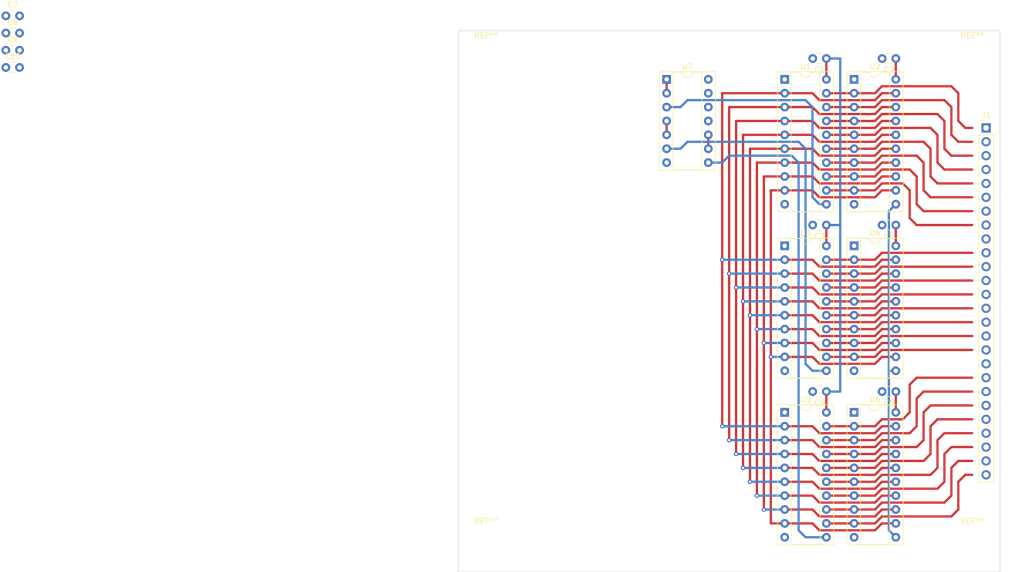
<source format=kicad_pcb>
(kicad_pcb (version 20221018) (generator pcbnew)
  (layers (0 "F.Cu" signal) (31 "B.Cu" signal) (34 "B.Paste" user) (35 "F.Paste" user) (36 "B.SilkS" user "B.Silkscreen") (37 "F.SilkS" user "F.Silkscreen") (38 "B.Mask" user) (39 "F.Mask" user) (44 "Edge.Cuts" user))
  (net 0 "")
  (net 1 "D0")
  (net 2 "D1")
  (net 3 "D2")
  (net 4 "D3")
  (net 5 "D4")
  (net 6 "D5")
  (net 7 "D6")
  (net 8 "D7")
  (net 9 "GND")
  (net 10 "OUTA7")
  (net 11 "OUTA6")
  (net 12 "OUTA5")
  (net 13 "OUTA4")
  (net 14 "OUTA3")
  (net 15 "OUTA2")
  (net 16 "OUTA1")
  (net 17 "OUTA0")
  (net 18 "VCC")
  (net 19 "~{PORTA OUTPUT}")
  (net 20 "Net-(U1-Load)")
  (net 21 "~{PORTA READ}")
  (net 22 "TPA")
  (net 23 "~{PORTB OUTPUT}")
  (net 24 "Net-(U3-Load)")
  (net 25 "OUTB7")
  (net 26 "OUTB6")
  (net 27 "OUTB5")
  (net 28 "OUTB4")
  (net 29 "OUTB3")
  (net 30 "OUTB2")
  (net 31 "OUTB1")
  (net 32 "OUTB0")
  (net 33 "~{PORTB READ}")
  (net 34 "~{PORTA WRITE}")
  (net 35 "~{PORTB WRITE}")
  (net 36 "~{PORTC OUTPUT}")
  (net 37 "Net-(U5-Load)")
  (net 38 "OUTC7")
  (net 39 "OUTC6")
  (net 40 "OUTC5")
  (net 41 "OUTC4")
  (net 42 "OUTC3")
  (net 43 "OUTC2")
  (net 44 "OUTC1")
  (net 45 "OUTC0")
  (net 46 "~{PORTC READ}")
  (net 47 "~{PORTC WRITE}")
  (net 48 "PORTA0")
  (net 49 "PORTA1")
  (net 50 "PORTA2")
  (net 51 "PORTA3")
  (net 52 "PORTA4")
  (net 53 "PORTA5")
  (net 54 "PORTA6")
  (net 55 "PORTA7")
  (net 56 "PORTB0")
  (net 57 "PORTB1")
  (net 58 "PORTB2")
  (net 59 "PORTB3")
  (net 60 "PORTB4")
  (net 61 "PORTB5")
  (net 62 "PORTB6")
  (net 63 "PORTB7")
  (net 64 "PORTC0")
  (net 65 "PORTC1")
  (net 66 "PORTC2")
  (net 67 "PORTC3")
  (net 68 "PORTC4")
  (net 69 "PORTC5")
  (net 70 "PORTC6")
  (net 71 "PORTC7")
  (footprint "Capacitor_THT:C_Disc_D3.0mm_W1.6mm_P2.50mm" (layer "F.Cu") (at 18.855 35.925)
    (fp_text reference "C10")
    (fp_text value "100n")
  )
  (footprint "MountingHole:MountingHole_3.2mm_M3" (layer "F.Cu") (at 106.68 123.19)
    (fp_text reference "REF**")
    (fp_text value "MountingHole_3.2mm_M3")
  )
  (footprint "Package_DIP:DIP-20_W7.62mm_Socket" (layer "F.Cu") (at 173.99 38.1)
    (fp_text reference "U2")
    (fp_text value "74LS573")
  )
  (footprint "Package_DIP:DIP-20_W7.62mm_Socket" (layer "F.Cu") (at 161.29 38.1)
    (fp_text reference "U1")
    (fp_text value "74LS573")
  )
  (footprint "Capacitor_THT:C_Disc_D3.0mm_W1.6mm_P2.50mm" (layer "F.Cu") (at 18.855 32.775)
    (fp_text reference "C9")
    (fp_text value "100n")
  )
  (footprint "MountingHole:MountingHole_3.2mm_M3" (layer "F.Cu") (at 195.58 34.29)
    (fp_text reference "REF**")
    (fp_text value "MountingHole_3.2mm_M3")
  )
  (footprint "Package_DIP:DIP-20_W7.62mm_Socket" (layer "F.Cu") (at 173.99 68.58)
    (fp_text reference "U4")
    (fp_text value "74LS573")
  )
  (footprint "Capacitor_THT:C_Disc_D3.0mm_W1.6mm_P2.50mm" (layer "F.Cu") (at 18.855 29.625)
    (fp_text reference "C8")
    (fp_text value "100n")
  )
  (footprint "MountingHole:MountingHole_3.2mm_M3" (layer "F.Cu") (at 106.68 34.29)
    (fp_text reference "REF**")
    (fp_text value "MountingHole_3.2mm_M3")
  )
  (footprint "Capacitor_THT:C_Disc_D3.0mm_W1.6mm_P2.50mm" (layer "F.Cu") (at 18.855 26.475)
    (fp_text reference "C7")
    (fp_text value "100n")
  )
  (footprint "Capacitor_THT:C_Disc_D3.0mm_W1.6mm_P2.50mm" (layer "F.Cu") (at 168.91 95.25 180)
    (fp_text reference "C5")
    (fp_text value "100n")
  )
  (footprint "Package_DIP:DIP-14_W7.62mm_Socket" (layer "F.Cu") (at 139.7 38.1)
    (fp_text reference "U7")
    (fp_text value "74LS00")
  )
  (footprint "Package_DIP:DIP-20_W7.62mm_Socket" (layer "F.Cu") (at 161.29 68.58)
    (fp_text reference "U3")
    (fp_text value "74LS573")
  )
  (footprint "Capacitor_THT:C_Disc_D3.0mm_W1.6mm_P2.50mm" (layer "F.Cu") (at 168.91 64.77 180)
    (fp_text reference "C3")
    (fp_text value "100n")
  )
  (footprint "Package_DIP:DIP-20_W7.62mm_Socket" (layer "F.Cu") (at 161.29 99.06)
    (fp_text reference "U5")
    (fp_text value "74LS573")
  )
  (footprint "Connector_PinHeader_2.54mm:PinHeader_1x26_P2.54mm_Vertical" (layer "F.Cu") (at 198.12 46.99)
    (fp_text reference "J1")
    (fp_text value "Conn_01x26_Pin")
  )
  (footprint "Package_DIP:DIP-20_W7.62mm_Socket" (layer "F.Cu") (at 173.99 99.06)
    (fp_text reference "U6")
    (fp_text value "74LS573")
  )
  (footprint "Capacitor_THT:C_Disc_D3.0mm_W1.6mm_P2.50mm" (layer "F.Cu") (at 181.61 34.29 180)
    (fp_text reference "C2")
    (fp_text value "100n")
  )
  (footprint "Capacitor_THT:C_Disc_D3.0mm_W1.6mm_P2.50mm" (layer "F.Cu") (at 181.61 95.25 180)
    (fp_text reference "C6")
    (fp_text value "100n")
  )
  (footprint "Capacitor_THT:C_Disc_D3.0mm_W1.6mm_P2.50mm" (layer "F.Cu") (at 181.61 64.77 180)
    (fp_text reference "C4")
    (fp_text value "100n")
  )
  (footprint "MountingHole:MountingHole_3.2mm_M3" (layer "F.Cu") (at 195.58 123.19)
    (fp_text reference "REF**")
    (fp_text value "MountingHole_3.2mm_M3")
  )
  (footprint "Capacitor_THT:C_Disc_D3.0mm_W1.6mm_P2.50mm" (layer "F.Cu") (at 168.91 34.29 180)
    (fp_text reference "C1")
    (fp_text value "100n")
  )
  (gr_rect (start 101.6 29.21) (end 200.66 128.27) (stroke (width 0.1)) (fill none) (layer "Edge.Cuts"))
  (segment (start 161.29 71.12) (end 166.37 71.12) (width 0.42) (layer "F.Cu") (net 1))
  (segment (start 177.8 41.91) (end 167.64 41.91) (width 0.42) (layer "F.Cu") (net 1))
  (segment (start 166.37 101.6) (end 167.64 102.87) (width 0.42) (layer "F.Cu") (net 1))
  (segment (start 161.29 40.64) (end 166.37 40.64) (width 0.42) (layer "F.Cu") (net 1))
  (segment (start 166.37 71.12) (end 167.64 72.39) (width 0.42) (layer "F.Cu") (net 1))
  (segment (start 179.07 40.64) (end 177.8 41.91) (width 0.42) (layer "F.Cu") (net 1))
  (segment (start 179.07 101.6) (end 181.61 101.6) (width 0.42) (layer "F.Cu") (net 1))
  (segment (start 149.86 40.64) (end 149.86 71.12) (width 0.42) (layer "F.Cu") (net 1))
  (segment (start 179.07 40.64) (end 181.61 40.64) (width 0.42) (layer "F.Cu") (net 1))
  (segment (start 161.29 101.6) (end 166.37 101.6) (width 0.42) (layer "F.Cu") (net 1))
  (segment (start 167.64 102.87) (end 177.8 102.87) (width 0.42) (layer "F.Cu") (net 1))
  (segment (start 161.29 40.64) (end 149.86 40.64) (width 0.42) (layer "F.Cu") (net 1))
  (segment (start 177.8 102.87) (end 179.07 101.6) (width 0.42) (layer "F.Cu") (net 1))
  (segment (start 149.86 71.12) (end 149.86 101.6) (width 0.42) (layer "F.Cu") (net 1))
  (segment (start 167.64 72.39) (end 177.8 72.39) (width 0.42) (layer "F.Cu") (net 1))
  (segment (start 167.64 41.91) (end 166.37 40.64) (width 0.42) (layer "F.Cu") (net 1))
  (segment (start 177.8 72.39) (end 179.07 71.12) (width 0.42) (layer "F.Cu") (net 1))
  (segment (start 179.07 71.12) (end 181.61 71.12) (width 0.42) (layer "F.Cu") (net 1))
  (via (at 149.86 71.12) (size 0.8) (drill 0.4) (layers "F.Cu" "B.Cu") (net 1))
  (via (at 149.86 101.6) (size 0.8) (drill 0.4) (layers "F.Cu" "B.Cu") (net 1))
  (segment (start 149.86 71.12) (end 161.29 71.12) (width 0.42) (layer "B.Cu") (net 1))
  (segment (start 161.29 101.6) (end 149.86 101.6) (width 0.42) (layer "B.Cu") (net 1))
  (segment (start 177.8 105.41) (end 179.07 104.14) (width 0.42) (layer "F.Cu") (net 2))
  (segment (start 161.29 73.66) (end 166.37 73.66) (width 0.42) (layer "F.Cu") (net 2))
  (segment (start 177.8 74.93) (end 179.07 73.66) (width 0.42) (layer "F.Cu") (net 2))
  (segment (start 167.64 105.41) (end 177.8 105.41) (width 0.42) (layer "F.Cu") (net 2))
  (segment (start 151.13 43.18) (end 161.29 43.18) (width 0.42) (layer "F.Cu") (net 2))
  (segment (start 161.29 43.18) (end 166.37 43.18) (width 0.42) (layer "F.Cu") (net 2))
  (segment (start 166.37 43.18) (end 167.64 44.45) (width 0.42) (layer "F.Cu") (net 2))
  (segment (start 179.07 73.66) (end 181.61 73.66) (width 0.42) (layer "F.Cu") (net 2))
  (segment (start 167.64 44.45) (end 177.8 44.45) (width 0.42) (layer "F.Cu") (net 2))
  (segment (start 179.07 43.18) (end 181.61 43.18) (width 0.42) (layer "F.Cu") (net 2))
  (segment (start 161.29 104.14) (end 166.37 104.14) (width 0.42) (layer "F.Cu") (net 2))
  (segment (start 177.8 44.45) (end 179.07 43.18) (width 0.42) (layer "F.Cu") (net 2))
  (segment (start 166.37 104.14) (end 167.64 105.41) (width 0.42) (layer "F.Cu") (net 2))
  (segment (start 151.13 73.66) (end 151.13 104.14) (width 0.42) (layer "F.Cu") (net 2))
  (segment (start 151.13 43.18) (end 151.13 73.66) (width 0.42) (layer "F.Cu") (net 2))
  (segment (start 166.37 73.66) (end 167.64 74.93) (width 0.42) (layer "F.Cu") (net 2))
  (segment (start 167.64 74.93) (end 177.8 74.93) (width 0.42) (layer "F.Cu") (net 2))
  (segment (start 179.07 104.14) (end 181.61 104.14) (width 0.42) (layer "F.Cu") (net 2))
  (via (at 151.13 73.66) (size 0.8) (drill 0.4) (layers "F.Cu" "B.Cu") (net 2))
  (via (at 151.13 104.14) (size 0.8) (drill 0.4) (layers "F.Cu" "B.Cu") (net 2))
  (segment (start 161.29 73.66) (end 151.13 73.66) (width 0.42) (layer "B.Cu") (net 2))
  (segment (start 151.13 104.14) (end 161.29 104.14) (width 0.42) (layer "B.Cu") (net 2))
  (segment (start 177.8 107.95) (end 179.07 106.68) (width 0.42) (layer "F.Cu") (net 3))
  (segment (start 152.4 45.72) (end 152.4 76.2) (width 0.42) (layer "F.Cu") (net 3))
  (segment (start 179.07 45.72) (end 181.61 45.72) (width 0.42) (layer "F.Cu") (net 3))
  (segment (start 166.37 45.72) (end 167.64 46.99) (width 0.42) (layer "F.Cu") (net 3))
  (segment (start 152.4 45.72) (end 161.29 45.72) (width 0.42) (layer "F.Cu") (net 3))
  (segment (start 161.29 45.72) (end 166.37 45.72) (width 0.42) (layer "F.Cu") (net 3))
  (segment (start 166.37 106.68) (end 167.64 107.95) (width 0.42) (layer "F.Cu") (net 3))
  (segment (start 166.37 76.2) (end 167.64 77.47) (width 0.42) (layer "F.Cu") (net 3))
  (segment (start 167.64 77.47) (end 177.8 77.47) (width 0.42) (layer "F.Cu") (net 3))
  (segment (start 167.64 46.99) (end 177.8 46.99) (width 0.42) (layer "F.Cu") (net 3))
  (segment (start 179.07 106.68) (end 181.61 106.68) (width 0.42) (layer "F.Cu") (net 3))
  (segment (start 161.29 106.68) (end 166.37 106.68) (width 0.42) (layer "F.Cu") (net 3))
  (segment (start 161.29 76.2) (end 166.37 76.2) (width 0.42) (layer "F.Cu") (net 3))
  (segment (start 167.64 107.95) (end 177.8 107.95) (width 0.42) (layer "F.Cu") (net 3))
  (segment (start 177.8 77.47) (end 179.07 76.2) (width 0.42) (layer "F.Cu") (net 3))
  (segment (start 179.07 76.2) (end 181.61 76.2) (width 0.42) (layer "F.Cu") (net 3))
  (segment (start 152.4 76.2) (end 152.4 106.68) (width 0.42) (layer "F.Cu") (net 3))
  (segment (start 177.8 46.99) (end 179.07 45.72) (width 0.42) (layer "F.Cu") (net 3))
  (via (at 152.4 76.2) (size 0.8) (drill 0.4) (layers "F.Cu" "B.Cu") (net 3))
  (via (at 152.4 106.68) (size 0.8) (drill 0.4) (layers "F.Cu" "B.Cu") (net 3))
  (segment (start 152.4 76.2) (end 161.29 76.2) (width 0.42) (layer "B.Cu") (net 3))
  (segment (start 161.29 106.68) (end 152.4 106.68) (width 0.42) (layer "B.Cu") (net 3))
  (segment (start 167.64 49.53) (end 177.8 49.53) (width 0.42) (layer "F.Cu") (net 4))
  (segment (start 167.64 80.01) (end 177.8 80.01) (width 0.42) (layer "F.Cu") (net 4))
  (segment (start 177.8 80.01) (end 179.07 78.74) (width 0.42) (layer "F.Cu") (net 4))
  (segment (start 166.37 109.22) (end 167.64 110.49) (width 0.42) (layer "F.Cu") (net 4))
  (segment (start 166.37 48.26) (end 167.64 49.53) (width 0.42) (layer "F.Cu") (net 4))
  (segment (start 153.67 48.26) (end 153.67 78.74) (width 0.42) (layer "F.Cu") (net 4))
  (segment (start 179.07 78.74) (end 181.61 78.74) (width 0.42) (layer "F.Cu") (net 4))
  (segment (start 179.07 109.22) (end 181.61 109.22) (width 0.42) (layer "F.Cu") (net 4))
  (segment (start 166.37 78.74) (end 167.64 80.01) (width 0.42) (layer "F.Cu") (net 4))
  (segment (start 179.07 48.26) (end 181.61 48.26) (width 0.42) (layer "F.Cu") (net 4))
  (segment (start 153.67 48.26) (end 161.29 48.26) (width 0.42) (layer "F.Cu") (net 4))
  (segment (start 167.64 110.49) (end 177.8 110.49) (width 0.42) (layer "F.Cu") (net 4))
  (segment (start 161.29 109.22) (end 166.37 109.22) (width 0.42) (layer "F.Cu") (net 4))
  (segment (start 177.8 110.49) (end 179.07 109.22) (width 0.42) (layer "F.Cu") (net 4))
  (segment (start 161.29 48.26) (end 166.37 48.26) (width 0.42) (layer "F.Cu") (net 4))
  (segment (start 177.8 49.53) (end 179.07 48.26) (width 0.42) (layer "F.Cu") (net 4))
  (segment (start 161.29 78.74) (end 166.37 78.74) (width 0.42) (layer "F.Cu") (net 4))
  (segment (start 153.67 78.74) (end 153.67 109.22) (width 0.42) (layer "F.Cu") (net 4))
  (via (at 153.67 78.74) (size 0.8) (drill 0.4) (layers "F.Cu" "B.Cu") (net 4))
  (via (at 153.67 109.22) (size 0.8) (drill 0.4) (layers "F.Cu" "B.Cu") (net 4))
  (segment (start 161.29 109.22) (end 153.67 109.22) (width 0.42) (layer "B.Cu") (net 4))
  (segment (start 161.29 78.74) (end 153.67 78.74) (width 0.42) (layer "B.Cu") (net 4))
  (segment (start 179.07 81.28) (end 181.61 81.28) (width 0.42) (layer "F.Cu") (net 5))
  (segment (start 166.37 81.28) (end 167.64 82.55) (width 0.42) (layer "F.Cu") (net 5))
  (segment (start 167.64 82.55) (end 177.8 82.55) (width 0.42) (layer "F.Cu") (net 5))
  (segment (start 177.8 52.07) (end 179.07 50.8) (width 0.42) (layer "F.Cu") (net 5))
  (segment (start 167.64 113.03) (end 177.8 113.03) (width 0.42) (layer "F.Cu") (net 5))
  (segment (start 161.29 50.8) (end 166.37 50.8) (width 0.42) (layer "F.Cu") (net 5))
  (segment (start 161.29 81.28) (end 166.37 81.28) (width 0.42) (layer "F.Cu") (net 5))
  (segment (start 177.8 82.55) (end 179.07 81.28) (width 0.42) (layer "F.Cu") (net 5))
  (segment (start 177.8 113.03) (end 179.07 111.76) (width 0.42) (layer "F.Cu") (net 5))
  (segment (start 154.94 81.28) (end 154.94 111.76) (width 0.42) (layer "F.Cu") (net 5))
  (segment (start 179.07 50.8) (end 181.61 50.8) (width 0.42) (layer "F.Cu") (net 5))
  (segment (start 154.94 50.8) (end 161.29 50.8) (width 0.42) (layer "F.Cu") (net 5))
  (segment (start 179.07 111.76) (end 181.61 111.76) (width 0.42) (layer "F.Cu") (net 5))
  (segment (start 166.37 111.76) (end 167.64 113.03) (width 0.42) (layer "F.Cu") (net 5))
  (segment (start 154.94 50.8) (end 154.94 81.28) (width 0.42) (layer "F.Cu") (net 5))
  (segment (start 167.64 52.07) (end 177.8 52.07) (width 0.42) (layer "F.Cu") (net 5))
  (segment (start 161.29 111.76) (end 166.37 111.76) (width 0.42) (layer "F.Cu") (net 5))
  (segment (start 166.37 50.8) (end 167.64 52.07) (width 0.42) (layer "F.Cu") (net 5))
  (via (at 154.94 81.28) (size 0.8) (drill 0.4) (layers "F.Cu" "B.Cu") (net 5))
  (via (at 154.94 111.76) (size 0.8) (drill 0.4) (layers "F.Cu" "B.Cu") (net 5))
  (segment (start 161.29 81.28) (end 154.94 81.28) (width 0.42) (layer "B.Cu") (net 5))
  (segment (start 161.29 111.76) (end 154.94 111.76) (width 0.42) (layer "B.Cu") (net 5))
  (segment (start 156.21 53.34) (end 156.21 83.82) (width 0.42) (layer "F.Cu") (net 6))
  (segment (start 167.64 115.57) (end 177.8 115.57) (width 0.42) (layer "F.Cu") (net 6))
  (segment (start 177.8 54.61) (end 179.07 53.34) (width 0.42) (layer "F.Cu") (net 6))
  (segment (start 179.07 53.34) (end 181.61 53.34) (width 0.42) (layer "F.Cu") (net 6))
  (segment (start 166.37 83.82) (end 167.64 85.09) (width 0.42) (layer "F.Cu") (net 6))
  (segment (start 177.8 85.09) (end 179.07 83.82) (width 0.42) (layer "F.Cu") (net 6))
  (segment (start 177.8 115.57) (end 179.07 114.3) (width 0.42) (layer "F.Cu") (net 6))
  (segment (start 156.21 83.82) (end 156.21 114.3) (width 0.42) (layer "F.Cu") (net 6))
  (segment (start 179.07 114.3) (end 181.61 114.3) (width 0.42) (layer "F.Cu") (net 6))
  (segment (start 167.64 54.61) (end 177.8 54.61) (width 0.42) (layer "F.Cu") (net 6))
  (segment (start 156.21 53.34) (end 161.29 53.34) (width 0.42) (layer "F.Cu") (net 6))
  (segment (start 179.07 83.82) (end 181.61 83.82) (width 0.42) (layer "F.Cu") (net 6))
  (segment (start 166.37 53.34) (end 167.64 54.61) (width 0.42) (layer "F.Cu") (net 6))
  (segment (start 161.29 114.3) (end 166.37 114.3) (width 0.42) (layer "F.Cu") (net 6))
  (segment (start 166.37 114.3) (end 167.64 115.57) (width 0.42) (layer "F.Cu") (net 6))
  (segment (start 161.29 83.82) (end 166.37 83.82) (width 0.42) (layer "F.Cu") (net 6))
  (segment (start 161.29 53.34) (end 166.37 53.34) (width 0.42) (layer "F.Cu") (net 6))
  (segment (start 167.64 85.09) (end 177.8 85.09) (width 0.42) (layer "F.Cu") (net 6))
  (via (at 156.21 83.82) (size 0.8) (drill 0.4) (layers "F.Cu" "B.Cu") (net 6))
  (via (at 156.21 114.3) (size 0.8) (drill 0.4) (layers "F.Cu" "B.Cu") (net 6))
  (segment (start 161.29 114.3) (end 156.21 114.3) (width 0.42) (layer "B.Cu") (net 6))
  (segment (start 161.29 83.82) (end 156.21 83.82) (width 0.42) (layer "B.Cu") (net 6))
  (segment (start 161.29 55.88) (end 166.37 55.88) (width 0.42) (layer "F.Cu") (net 7))
  (segment (start 157.48 55.88) (end 161.29 55.88) (width 0.42) (layer "F.Cu") (net 7))
  (segment (start 161.29 86.36) (end 166.37 86.36) (width 0.42) (layer "F.Cu") (net 7))
  (segment (start 157.48 86.36) (end 157.48 116.84) (width 0.42) (layer "F.Cu") (net 7))
  (segment (start 161.29 116.84) (end 166.37 116.84) (width 0.42) (layer "F.Cu") (net 7))
  (segment (start 179.07 116.84) (end 181.61 116.84) (width 0.42) (layer "F.Cu") (net 7))
  (segment (start 177.8 57.15) (end 179.07 55.88) (width 0.42) (layer "F.Cu") (net 7))
  (segment (start 167.64 87.63) (end 177.8 87.63) (width 0.42) (layer "F.Cu") (net 7))
  (segment (start 157.48 55.88) (end 157.48 86.36) (width 0.42) (layer "F.Cu") (net 7))
  (segment (start 166.37 55.88) (end 167.64 57.15) (width 0.42) (layer "F.Cu") (net 7))
  (segment (start 179.07 55.88) (end 181.61 55.88) (width 0.42) (layer "F.Cu") (net 7))
  (segment (start 179.07 86.36) (end 181.61 86.36) (width 0.42) (layer "F.Cu") (net 7))
  (segment (start 166.37 116.84) (end 167.64 118.11) (width 0.42) (layer "F.Cu") (net 7))
  (segment (start 167.64 118.11) (end 177.8 118.11) (width 0.42) (layer "F.Cu") (net 7))
  (segment (start 167.64 57.15) (end 177.8 57.15) (width 0.42) (layer "F.Cu") (net 7))
  (segment (start 177.8 87.63) (end 179.07 86.36) (width 0.42) (layer "F.Cu") (net 7))
  (segment (start 166.37 86.36) (end 167.64 87.63) (width 0.42) (layer "F.Cu") (net 7))
  (segment (start 177.8 118.11) (end 179.07 116.84) (width 0.42) (layer "F.Cu") (net 7))
  (via (at 157.48 116.84) (size 0.8) (drill 0.4) (layers "F.Cu" "B.Cu") (net 7))
  (via (at 157.48 86.36) (size 0.8) (drill 0.4) (layers "F.Cu" "B.Cu") (net 7))
  (segment (start 161.29 86.36) (end 157.48 86.36) (width 0.42) (layer "B.Cu") (net 7))
  (segment (start 157.48 116.84) (end 161.29 116.84) (width 0.42) (layer "B.Cu") (net 7))
  (segment (start 177.8 120.65) (end 179.07 119.38) (width 0.42) (layer "F.Cu") (net 8))
  (segment (start 158.75 58.42) (end 161.29 58.42) (width 0.42) (layer "F.Cu") (net 8))
  (segment (start 158.75 119.38) (end 161.29 119.38) (width 0.42) (layer "F.Cu") (net 8))
  (segment (start 179.07 88.9) (end 181.61 88.9) (width 0.42) (layer "F.Cu") (net 8))
  (segment (start 179.07 88.9) (end 177.8 90.17) (width 0.42) (layer "F.Cu") (net 8))
  (segment (start 166.37 119.38) (end 167.64 120.65) (width 0.42) (layer "F.Cu") (net 8))
  (segment (start 161.29 88.9) (end 166.37 88.9) (width 0.42) (layer "F.Cu") (net 8))
  (segment (start 161.29 119.38) (end 166.37 119.38) (width 0.42) (layer "F.Cu") (net 8))
  (segment (start 167.64 90.17) (end 166.37 88.9) (width 0.42) (layer "F.Cu") (net 8))
  (segment (start 167.64 120.65) (end 177.8 120.65) (width 0.42) (layer "F.Cu") (net 8))
  (segment (start 161.29 58.42) (end 166.37 58.42) (width 0.42) (layer "F.Cu") (net 8))
  (segment (start 166.37 58.42) (end 167.64 59.69) (width 0.42) (layer "F.Cu") (net 8))
  (segment (start 158.75 88.9) (end 158.75 119.38) (width 0.42) (layer "F.Cu") (net 8))
  (segment (start 177.8 59.69) (end 179.07 58.42) (width 0.42) (layer "F.Cu") (net 8))
  (segment (start 177.8 90.17) (end 167.64 90.17) (width 0.42) (layer "F.Cu") (net 8))
  (segment (start 179.07 58.42) (end 181.61 58.42) (width 0.42) (layer "F.Cu") (net 8))
  (segment (start 158.75 58.42) (end 158.75 88.9) (width 0.42) (layer "F.Cu") (net 8))
  (segment (start 179.07 119.38) (end 181.61 119.38) (width 0.42) (layer "F.Cu") (net 8))
  (segment (start 167.64 59.69) (end 177.8 59.69) (width 0.42) (layer "F.Cu") (net 8))
  (via (at 158.75 88.9) (size 0.8) (drill 0.4) (layers "F.Cu" "B.Cu") (net 8))
  (segment (start 158.75 88.9) (end 161.29 88.9) (width 0.42) (layer "B.Cu") (net 8))
  (segment (start 182.88 57.15) (end 184.15 58.42) (width 0.42) (layer "F.Cu") (net 10))
  (segment (start 184.15 58.42) (end 184.15 63.5) (width 0.42) (layer "F.Cu") (net 10))
  (segment (start 168.91 58.42) (end 173.99 58.42) (width 0.42) (layer "F.Cu") (net 10))
  (segment (start 177.8 58.42) (end 179.07 57.15) (width 0.42) (layer "F.Cu") (net 10))
  (segment (start 179.07 57.15) (end 182.88 57.15) (width 0.42) (layer "F.Cu") (net 10))
  (segment (start 173.99 58.42) (end 177.8 58.42) (width 0.42) (layer "F.Cu") (net 10))
  (segment (start 185.42 64.77) (end 195.58 64.77) (width 0.42) (layer "F.Cu") (net 10))
  (segment (start 184.15 63.5) (end 185.42 64.77) (width 0.42) (layer "F.Cu") (net 10))
  (segment (start 184.15 54.61) (end 185.42 55.88) (width 0.42) (layer "F.Cu") (net 11))
  (segment (start 185.42 60.96) (end 186.69 62.23) (width 0.42) (layer "F.Cu") (net 11))
  (segment (start 186.69 62.23) (end 195.58 62.23) (width 0.42) (layer "F.Cu") (net 11))
  (segment (start 179.07 54.61) (end 184.15 54.61) (width 0.42) (layer "F.Cu") (net 11))
  (segment (start 177.8 55.88) (end 179.07 54.61) (width 0.42) (layer "F.Cu") (net 11))
  (segment (start 185.42 55.88) (end 185.42 60.96) (width 0.42) (layer "F.Cu") (net 11))
  (segment (start 173.99 55.88) (end 177.8 55.88) (width 0.42) (layer "F.Cu") (net 11))
  (segment (start 168.91 55.88) (end 173.99 55.88) (width 0.42) (layer "F.Cu") (net 11))
  (segment (start 179.07 52.07) (end 185.42 52.07) (width 0.42) (layer "F.Cu") (net 12))
  (segment (start 173.99 53.34) (end 177.8 53.34) (width 0.42) (layer "F.Cu") (net 12))
  (segment (start 186.69 58.42) (end 187.96 59.69) (width 0.42) (layer "F.Cu") (net 12))
  (segment (start 185.42 52.07) (end 186.69 53.34) (width 0.42) (layer "F.Cu") (net 12))
  (segment (start 177.8 53.34) (end 179.07 52.07) (width 0.42) (layer "F.Cu") (net 12))
  (segment (start 186.69 53.34) (end 186.69 58.42) (width 0.42) (layer "F.Cu") (net 12))
  (segment (start 168.91 53.34) (end 173.99 53.34) (width 0.42) (layer "F.Cu") (net 12))
  (segment (start 187.96 59.69) (end 195.58 59.69) (width 0.42) (layer "F.Cu") (net 12))
  (segment (start 179.07 49.53) (end 186.69 49.53) (width 0.42) (layer "F.Cu") (net 13))
  (segment (start 187.96 50.8) (end 187.96 55.88) (width 0.42) (layer "F.Cu") (net 13))
  (segment (start 177.8 50.8) (end 179.07 49.53) (width 0.42) (layer "F.Cu") (net 13))
  (segment (start 189.23 57.15) (end 195.58 57.15) (width 0.42) (layer "F.Cu") (net 13))
  (segment (start 187.96 55.88) (end 189.23 57.15) (width 0.42) (layer "F.Cu") (net 13))
  (segment (start 168.91 50.8) (end 173.99 50.8) (width 0.42) (layer "F.Cu") (net 13))
  (segment (start 186.69 49.53) (end 187.96 50.8) (width 0.42) (layer "F.Cu") (net 13))
  (segment (start 173.99 50.8) (end 177.8 50.8) (width 0.42) (layer "F.Cu") (net 13))
  (segment (start 179.07 46.99) (end 187.96 46.99) (width 0.42) (layer "F.Cu") (net 14))
  (segment (start 190.5 54.61) (end 195.58 54.61) (width 0.42) (layer "F.Cu") (net 14))
  (segment (start 177.8 48.26) (end 179.07 46.99) (width 0.42) (layer "F.Cu") (net 14))
  (segment (start 168.91 48.26) (end 173.99 48.26) (width 0.42) (layer "F.Cu") (net 14))
  (segment (start 187.96 46.99) (end 189.23 48.26) (width 0.42) (layer "F.Cu") (net 14))
  (segment (start 189.23 53.34) (end 190.5 54.61) (width 0.42) (layer "F.Cu") (net 14))
  (segment (start 189.23 48.26) (end 189.23 53.34) (width 0.42) (layer "F.Cu") (net 14))
  (segment (start 173.99 48.26) (end 177.8 48.26) (width 0.42) (layer "F.Cu") (net 14))
  (segment (start 173.99 45.72) (end 177.8 45.72) (width 0.42) (layer "F.Cu") (net 15))
  (segment (start 177.8 45.72) (end 179.07 44.45) (width 0.42) (layer "F.Cu") (net 15))
  (segment (start 168.91 45.72) (end 173.99 45.72) (width 0.42) (layer "F.Cu") (net 15))
  (segment (start 191.77 52.07) (end 195.58 52.07) (width 0.42) (layer "F.Cu") (net 15))
  (segment (start 190.5 50.8) (end 191.77 52.07) (width 0.42) (layer "F.Cu") (net 15))
  (segment (start 179.07 44.45) (end 189.23 44.45) (width 0.42) (layer "F.Cu") (net 15))
  (segment (start 189.23 44.45) (end 190.5 45.72) (width 0.42) (layer "F.Cu") (net 15))
  (segment (start 190.5 45.72) (end 190.5 50.8) (width 0.42) (layer "F.Cu") (net 15))
  (segment (start 193.04 49.53) (end 195.58 49.53) (width 0.42) (layer "F.Cu") (net 16))
  (segment (start 179.07 41.91) (end 190.5 41.91) (width 0.42) (layer "F.Cu") (net 16))
  (segment (start 173.99 43.18) (end 177.8 43.18) (width 0.42) (layer "F.Cu") (net 16))
  (segment (start 168.91 43.18) (end 173.99 43.18) (width 0.42) (layer "F.Cu") (net 16))
  (segment (start 190.5 41.91) (end 191.77 43.18) (width 0.42) (layer "F.Cu") (net 16))
  (segment (start 177.8 43.18) (end 179.07 41.91) (width 0.42) (layer "F.Cu") (net 16))
  (segment (start 191.77 48.26) (end 193.04 49.53) (width 0.42) (layer "F.Cu") (net 16))
  (segment (start 191.77 43.18) (end 191.77 48.26) (width 0.42) (layer "F.Cu") (net 16))
  (segment (start 191.77 39.37) (end 179.07 39.37) (width 0.42) (layer "F.Cu") (net 17))
  (segment (start 195.58 46.99) (end 194.31 46.99) (width 0.42) (layer "F.Cu") (net 17))
  (segment (start 179.07 39.37) (end 177.8 40.64) (width 0.42) (layer "F.Cu") (net 17))
  (segment (start 177.8 40.64) (end 173.99 40.64) (width 0.42) (layer "F.Cu") (net 17))
  (segment (start 168.91 40.64) (end 173.99 40.64) (width 0.42) (layer "F.Cu") (net 17))
  (segment (start 194.31 46.99) (end 193.04 45.72) (width 0.42) (layer "F.Cu") (net 17))
  (segment (start 193.04 45.72) (end 193.04 40.64) (width 0.42) (layer "F.Cu") (net 17))
  (segment (start 193.04 40.64) (end 191.77 39.37) (width 0.42) (layer "F.Cu") (net 17))
  (segment (start 168.91 68.58) (end 168.91 64.77) (width 0.42) (layer "F.Cu") (net 18))
  (segment (start 181.61 34.29) (end 181.61 38.1) (width 0.42) (layer "F.Cu") (net 18))
  (segment (start 168.91 99.06) (end 168.91 95.25) (width 0.42) (layer "F.Cu") (net 18))
  (segment (start 168.91 34.29) (end 168.91 38.1) (width 0.42) (layer "F.Cu") (net 18))
  (segment (start 181.61 99.06) (end 181.61 95.25) (width 0.42) (layer "F.Cu") (net 18))
  (segment (start 181.61 64.77) (end 181.61 68.58) (width 0.42) (layer "F.Cu") (net 18))
  (segment (start 171.45 95.25) (end 168.91 95.25) (width 0.42) (layer "B.Cu") (net 18))
  (segment (start 171.45 34.29) (end 171.45 64.77) (width 0.42) (layer "B.Cu") (net 18))
  (segment (start 168.91 34.29) (end 171.45 34.29) (width 0.42) (layer "B.Cu") (net 18))
  (segment (start 168.91 64.77) (end 171.45 64.77) (width 0.42) (layer "B.Cu") (net 18))
  (segment (start 171.45 64.77) (end 171.45 95.25) (width 0.42) (layer "B.Cu") (net 18))
  (segment (start 165.1 41.91) (end 143.51 41.91) (width 0.42) (layer "B.Cu") (net 20))
  (segment (start 167.64 60.96) (end 166.37 59.69) (width 0.42) (layer "B.Cu") (net 20))
  (segment (start 168.91 60.96) (end 167.64 60.96) (width 0.42) (layer "B.Cu") (net 20))
  (segment (start 166.37 43.18) (end 165.1 41.91) (width 0.42) (layer "B.Cu") (net 20))
  (segment (start 166.37 59.69) (end 166.37 43.18) (width 0.42) (layer "B.Cu") (net 20))
  (segment (start 142.24 43.18) (end 139.7 43.18) (width 0.42) (layer "B.Cu") (net 20))
  (segment (start 143.51 41.91) (end 142.24 43.18) (width 0.42) (layer "B.Cu") (net 20))
  (segment (start 181.61 91.44) (end 180.34 91.44) (width 0.42) (layer "B.Cu") (net 22))
  (segment (start 180.34 91.44) (end 180.34 120.65) (width 0.42) (layer "B.Cu") (net 22))
  (segment (start 181.61 60.96) (end 180.34 62.23) (width 0.42) (layer "B.Cu") (net 22))
  (segment (start 180.34 62.23) (end 180.34 91.44) (width 0.42) (layer "B.Cu") (net 22))
  (segment (start 180.34 120.65) (end 181.61 121.92) (width 0.42) (layer "B.Cu") (net 22))
  (segment (start 142.24 50.8) (end 139.7 50.8) (width 0.42) (layer "B.Cu") (net 24))
  (segment (start 143.51 49.53) (end 142.24 50.8) (width 0.42) (layer "B.Cu") (net 24))
  (segment (start 165.1 50.8) (end 163.83 49.53) (width 0.42) (layer "B.Cu") (net 24))
  (segment (start 168.91 91.44) (end 166.37 91.44) (width 0.42) (layer "B.Cu") (net 24))
  (segment (start 163.83 49.53) (end 143.51 49.53) (width 0.42) (layer "B.Cu") (net 24))
  (segment (start 166.37 91.44) (end 165.1 90.17) (width 0.42) (layer "B.Cu") (net 24))
  (segment (start 165.1 90.17) (end 165.1 50.8) (width 0.42) (layer "B.Cu") (net 24))
  (segment (start 173.99 88.9) (end 177.8 88.9) (width 0.42) (layer "F.Cu") (net 25))
  (segment (start 177.8 88.9) (end 179.07 87.63) (width 0.42) (layer "F.Cu") (net 25))
  (segment (start 168.91 88.9) (end 173.99 88.9) (width 0.42) (layer "F.Cu") (net 25))
  (segment (start 179.07 87.63) (end 195.58 87.63) (width 0.42) (layer "F.Cu") (net 25))
  (segment (start 173.99 86.36) (end 168.91 86.36) (width 0.42) (layer "F.Cu") (net 26))
  (segment (start 179.07 85.09) (end 195.58 85.09) (width 0.42) (layer "F.Cu") (net 26))
  (segment (start 177.8 86.36) (end 179.07 85.09) (width 0.42) (layer "F.Cu") (net 26))
  (segment (start 173.99 86.36) (end 177.8 86.36) (width 0.42) (layer "F.Cu") (net 26))
  (segment (start 177.8 83.82) (end 179.07 82.55) (width 0.42) (layer "F.Cu") (net 27))
  (segment (start 168.91 83.82) (end 173.99 83.82) (width 0.42) (layer "F.Cu") (net 27))
  (segment (start 173.99 83.82) (end 177.8 83.82) (width 0.42) (layer "F.Cu") (net 27))
  (segment (start 179.07 82.55) (end 195.58 82.55) (width 0.42) (layer "F.Cu") (net 27))
  (segment (start 177.8 81.28) (end 179.07 80.01) (width 0.42) (layer "F.Cu") (net 28))
  (segment (start 179.07 80.01) (end 195.58 80.01) (width 0.42) (layer "F.Cu") (net 28))
  (segment (start 173.99 81.28) (end 168.91 81.28) (width 0.42) (layer "F.Cu") (net 28))
  (segment (start 173.99 81.28) (end 177.8 81.28) (width 0.42) (layer "F.Cu") (net 28))
  (segment (start 177.8 78.74) (end 179.07 77.47) (width 0.42) (layer "F.Cu") (net 29))
  (segment (start 173.99 78.74) (end 177.8 78.74) (width 0.42) (layer "F.Cu") (net 29))
  (segment (start 179.07 77.47) (end 195.58 77.47) (width 0.42) (layer "F.Cu") (net 29))
  (segment (start 168.91 78.74) (end 173.99 78.74) (width 0.42) (layer "F.Cu") (net 29))
  (segment (start 173.99 76.2) (end 177.8 76.2) (width 0.42) (layer "F.Cu") (net 30))
  (segment (start 173.99 76.2) (end 168.91 76.2) (width 0.42) (layer "F.Cu") (net 30))
  (segment (start 179.07 74.93) (end 195.58 74.93) (width 0.42) (layer "F.Cu") (net 30))
  (segment (start 177.8 76.2) (end 179.07 74.93) (width 0.42) (layer "F.Cu") (net 30))
  (segment (start 179.07 72.39) (end 195.58 72.39) (width 0.42) (layer "F.Cu") (net 31))
  (segment (start 177.8 73.66) (end 179.07 72.39) (width 0.42) (layer "F.Cu") (net 31))
  (segment (start 168.91 73.66) (end 173.99 73.66) (width 0.42) (layer "F.Cu") (net 31))
  (segment (start 173.99 73.66) (end 177.8 73.66) (width 0.42) (layer "F.Cu") (net 31))
  (segment (start 173.99 71.12) (end 177.8 71.12) (width 0.42) (layer "F.Cu") (net 32))
  (segment (start 168.91 71.12) (end 173.99 71.12) (width 0.42) (layer "F.Cu") (net 32))
  (segment (start 179.07 69.85) (end 195.58 69.85) (width 0.42) (layer "F.Cu") (net 32))
  (segment (start 177.8 71.12) (end 179.07 69.85) (width 0.42) (layer "F.Cu") (net 32))
  (segment (start 139.7 38.1) (end 139.7 40.64) (width 0.42) (layer "F.Cu") (net 34))
  (segment (start 139.7 45.72) (end 139.7 48.26) (width 0.42) (layer "F.Cu") (net 35))
  (segment (start 163.83 53.34) (end 162.56 52.07) (width 0.42) (layer "B.Cu") (net 37))
  (segment (start 165.1 121.92) (end 163.83 120.65) (width 0.42) (layer "B.Cu") (net 37))
  (segment (start 163.83 120.65) (end 163.83 53.34) (width 0.42) (layer "B.Cu") (net 37))
  (segment (start 168.91 121.92) (end 165.1 121.92) (width 0.42) (layer "B.Cu") (net 37))
  (segment (start 162.56 52.07) (end 151.13 52.07) (width 0.42) (layer "B.Cu") (net 37))
  (segment (start 151.13 52.07) (end 149.86 53.34) (width 0.42) (layer "B.Cu") (net 37))
  (segment (start 149.86 53.34) (end 147.32 53.34) (width 0.42) (layer "B.Cu") (net 37))
  (segment (start 191.77 118.11) (end 193.04 116.84) (width 0.42) (layer "F.Cu") (net 38))
  (segment (start 193.04 116.84) (end 193.04 111.76) (width 0.42) (layer "F.Cu") (net 38))
  (segment (start 194.31 110.49) (end 195.58 110.49) (width 0.42) (layer "F.Cu") (net 38))
  (segment (start 193.04 111.76) (end 194.31 110.49) (width 0.42) (layer "F.Cu") (net 38))
  (segment (start 173.99 119.38) (end 177.8 119.38) (width 0.42) (layer "F.Cu") (net 38))
  (segment (start 177.8 119.38) (end 179.07 118.11) (width 0.42) (layer "F.Cu") (net 38))
  (segment (start 168.91 119.38) (end 173.99 119.38) (width 0.42) (layer "F.Cu") (net 38))
  (segment (start 179.07 118.11) (end 191.77 118.11) (width 0.42) (layer "F.Cu") (net 38))
  (segment (start 177.8 116.84) (end 179.07 115.57) (width 0.42) (layer "F.Cu") (net 39))
  (segment (start 173.99 116.84) (end 177.8 116.84) (width 0.42) (layer "F.Cu") (net 39))
  (segment (start 173.99 116.84) (end 168.91 116.84) (width 0.42) (layer "F.Cu") (net 39))
  (segment (start 193.04 107.95) (end 195.58 107.95) (width 0.42) (layer "F.Cu") (net 39))
  (segment (start 191.77 109.22) (end 193.04 107.95) (width 0.42) (layer "F.Cu") (net 39))
  (segment (start 179.07 115.57) (end 190.5 115.57) (width 0.42) (layer "F.Cu") (net 39))
  (segment (start 190.5 115.57) (end 191.77 114.3) (width 0.42) (layer "F.Cu") (net 39))
  (segment (start 191.77 114.3) (end 191.77 109.22) (width 0.42) (layer "F.Cu") (net 39))
  (segment (start 190.5 111.76) (end 190.5 106.68) (width 0.42) (layer "F.Cu") (net 40))
  (segment (start 189.23 113.03) (end 190.5 111.76) (width 0.42) (layer "F.Cu") (net 40))
  (segment (start 177.8 114.3) (end 179.07 113.03) (width 0.42) (layer "F.Cu") (net 40))
  (segment (start 191.77 105.41) (end 195.58 105.41) (width 0.42) (layer "F.Cu") (net 40))
  (segment (start 168.91 114.3) (end 173.99 114.3) (width 0.42) (layer "F.Cu") (net 40))
  (segment (start 173.99 114.3) (end 177.8 114.3) (width 0.42) (layer "F.Cu") (net 40))
  (segment (start 179.07 113.03) (end 189.23 113.03) (width 0.42) (layer "F.Cu") (net 40))
  (segment (start 190.5 106.68) (end 191.77 105.41) (width 0.42) (layer "F.Cu") (net 40))
  (segment (start 177.8 111.76) (end 179.07 110.49) (width 0.42) (layer "F.Cu") (net 41))
  (segment (start 179.07 110.49) (end 187.96 110.49) (width 0.42) (layer "F.Cu") (net 41))
  (segment (start 187.96 110.49) (end 189.23 109.22) (width 0.42) (layer "F.Cu") (net 41))
  (segment (start 189.23 104.14) (end 190.5 102.87) (width 0.42) (layer "F.Cu") (net 41))
  (segment (start 168.91 111.76) (end 173.99 111.76) (width 0.42) (layer "F.Cu") (net 41))
  (segment (start 189.23 109.22) (end 189.23 104.14) (width 0.42) (layer "F.Cu") (net 41))
  (segment (start 173.99 111.76) (end 177.8 111.76) (width 0.42) (layer "F.Cu") (net 41))
  (segment (start 190.5 102.87) (end 195.58 102.87) (width 0.42) (layer "F.Cu") (net 41))
  (segment (start 177.8 109.22) (end 179.07 107.95) (width 0.42) (layer "F.Cu") (net 42))
  (segment (start 173.99 109.22) (end 168.91 109.22) (width 0.42) (layer "F.Cu") (net 42))
  (segment (start 187.96 106.68) (end 187.96 101.6) (width 0.42) (layer "F.Cu") (net 42))
  (segment (start 173.99 109.22) (end 177.8 109.22) (width 0.42) (layer "F.Cu") (net 42))
  (segment (start 186.69 107.95) (end 187.96 106.68) (width 0.42) (layer "F.Cu") (net 42))
  (segment (start 179.07 107.95) (end 186.69 107.95) (width 0.42) (layer "F.Cu") (net 42))
  (segment (start 189.23 100.33) (end 195.58 100.33) (width 0.42) (layer "F.Cu") (net 42))
  (segment (start 187.96 101.6) (end 189.23 100.33) (width 0.42) (layer "F.Cu") (net 42))
  (segment (start 187.96 97.79) (end 195.58 97.79) (width 0.42) (layer "F.Cu") (net 43))
  (segment (start 177.8 106.68) (end 179.07 105.41) (width 0.42) (layer "F.Cu") (net 43))
  (segment (start 173.99 106.68) (end 177.8 106.68) (width 0.42) (layer "F.Cu") (net 43))
  (segment (start 168.91 106.68) (end 173.99 106.68) (width 0.42) (layer "F.Cu") (net 43))
  (segment (start 186.69 99.06) (end 187.96 97.79) (width 0.42) (layer "F.Cu") (net 43))
  (segment (start 185.42 105.41) (end 186.69 104.14) (width 0.42) (layer "F.Cu") (net 43))
  (segment (start 179.07 105.41) (end 185.42 105.41) (width 0.42) (layer "F.Cu") (net 43))
  (segment (start 186.69 104.14) (end 186.69 99.06) (width 0.42) (layer "F.Cu") (net 43))
  (segment (start 177.8 104.14) (end 179.07 102.87) (width 0.42) (layer "F.Cu") (net 44))
  (segment (start 186.69 95.25) (end 195.58 95.25) (width 0.42) (layer "F.Cu") (net 44))
  (segment (start 179.07 102.87) (end 184.15 102.87) (width 0.42) (layer "F.Cu") (net 44))
  (segment (start 185.42 96.52) (end 186.69 95.25) (width 0.42) (layer "F.Cu") (net 44))
  (segment (start 184.15 102.87) (end 185.42 101.6) (width 0.42) (layer "F.Cu") (net 44))
  (segment (start 173.99 104.14) (end 177.8 104.14) (width 0.42) (layer "F.Cu") (net 44))
  (segment (start 185.42 101.6) (end 185.42 96.52) (width 0.42) (layer "F.Cu") (net 44))
  (segment (start 173.99 104.14) (end 168.91 104.14) (width 0.42) (layer "F.Cu") (net 44))
  (segment (start 182.88 100.33) (end 184.15 99.06) (width 0.42) (layer "F.Cu") (net 45))
  (segment (start 184.15 99.06) (end 184.15 93.98) (width 0.42) (layer "F.Cu") (net 45))
  (segment (start 177.8 101.6) (end 179.07 100.33) (width 0.42) (layer "F.Cu") (net 45))
  (segment (start 184.15 93.98) (end 185.42 92.71) (width 0.42) (layer "F.Cu") (net 45))
  (segment (start 168.91 101.6) (end 173.99 101.6) (width 0.42) (layer "F.Cu") (net 45))
  (segment (start 185.42 92.71) (end 195.58 92.71) (width 0.42) (layer "F.Cu") (net 45))
  (segment (start 173.99 101.6) (end 177.8 101.6) (width 0.42) (layer "F.Cu") (net 45))
  (segment (start 179.07 100.33) (end 182.88 100.33) (width 0.42) (layer "F.Cu") (net 45))
  (segment (start 147.32 50.8) (end 147.32 48.26) (width 0.42) (layer "F.Cu") (net 47))
)
</source>
